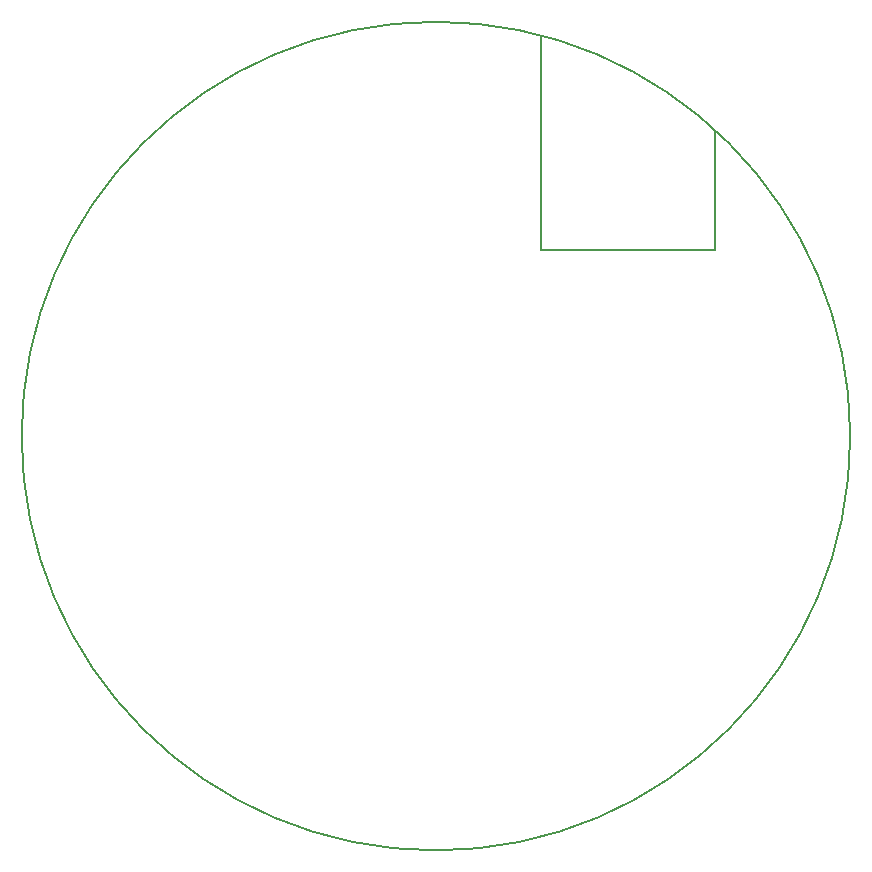
<source format=gbr>
G04 #@! TF.GenerationSoftware,KiCad,Pcbnew,(5.0.2)-1*
G04 #@! TF.CreationDate,2020-01-19T23:31:26+01:00*
G04 #@! TF.ProjectId,loftrelayRound,6c6f6674-7265-46c6-9179-526f756e642e,rev?*
G04 #@! TF.SameCoordinates,Original*
G04 #@! TF.FileFunction,Profile,NP*
%FSLAX46Y46*%
G04 Gerber Fmt 4.6, Leading zero omitted, Abs format (unit mm)*
G04 Created by KiCad (PCBNEW (5.0.2)-1) date 19/01/2020 23:31:26*
%MOMM*%
%LPD*%
G01*
G04 APERTURE LIST*
%ADD10C,0.150000*%
G04 APERTURE END LIST*
D10*
X172466000Y-102108000D02*
X172466000Y-91948000D01*
X157734000Y-102108000D02*
X172466000Y-102108000D01*
X157734000Y-84074000D02*
X157734000Y-102108000D01*
X183919000Y-117856000D02*
G75*
G03X183919000Y-117856000I-35075000J0D01*
G01*
M02*

</source>
